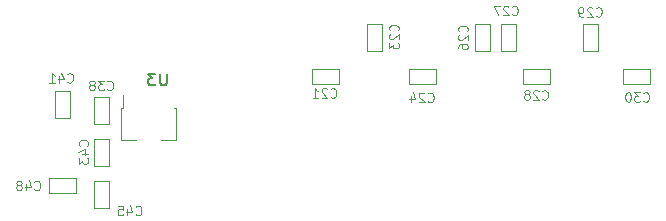
<source format=gbr>
G04 #@! TF.GenerationSoftware,KiCad,Pcbnew,5.1.10-88a1d61d58~88~ubuntu20.04.1*
G04 #@! TF.CreationDate,2021-06-28T19:55:26+01:00*
G04 #@! TF.ProjectId,hl2_6xvtr,686c325f-3678-4767-9472-2e6b69636164,1*
G04 #@! TF.SameCoordinates,PX3dfd240PY3473bc0*
G04 #@! TF.FileFunction,Legend,Bot*
G04 #@! TF.FilePolarity,Positive*
%FSLAX46Y46*%
G04 Gerber Fmt 4.6, Leading zero omitted, Abs format (unit mm)*
G04 Created by KiCad (PCBNEW 5.1.10-88a1d61d58~88~ubuntu20.04.1) date 2021-06-28 19:55:26*
%MOMM*%
%LPD*%
G01*
G04 APERTURE LIST*
%ADD10C,0.100000*%
%ADD11C,0.120000*%
%ADD12C,0.150000*%
G04 APERTURE END LIST*
D10*
X29805500Y-38408500D02*
X27519500Y-38408500D01*
X27519500Y-38408500D02*
X27519500Y-39678500D01*
X27519500Y-39678500D02*
X29805500Y-39678500D01*
X29805500Y-39678500D02*
X29805500Y-38408500D01*
X31393000Y-38662500D02*
X31393000Y-40948500D01*
X31393000Y-40948500D02*
X32663000Y-40948500D01*
X32663000Y-40948500D02*
X32663000Y-38662500D01*
X32663000Y-38662500D02*
X31393000Y-38662500D01*
X32663000Y-37392500D02*
X32663000Y-35106500D01*
X32663000Y-35106500D02*
X31393000Y-35106500D01*
X31393000Y-35106500D02*
X31393000Y-37392500D01*
X31393000Y-37392500D02*
X32663000Y-37392500D01*
X29297500Y-33328500D02*
X29297500Y-31042500D01*
X29297500Y-31042500D02*
X28027500Y-31042500D01*
X28027500Y-31042500D02*
X28027500Y-33328500D01*
X28027500Y-33328500D02*
X29297500Y-33328500D01*
X31393000Y-31550500D02*
X31393000Y-33836500D01*
X31393000Y-33836500D02*
X32663000Y-33836500D01*
X32663000Y-33836500D02*
X32663000Y-31550500D01*
X32663000Y-31550500D02*
X31393000Y-31550500D01*
X76160500Y-30471000D02*
X78446500Y-30471000D01*
X78446500Y-30471000D02*
X78446500Y-29201000D01*
X78446500Y-29201000D02*
X76160500Y-29201000D01*
X76160500Y-29201000D02*
X76160500Y-30471000D01*
X72795000Y-25391000D02*
X72795000Y-27677000D01*
X72795000Y-27677000D02*
X74065000Y-27677000D01*
X74065000Y-27677000D02*
X74065000Y-25391000D01*
X74065000Y-25391000D02*
X72795000Y-25391000D01*
X69937500Y-29201000D02*
X67651500Y-29201000D01*
X67651500Y-29201000D02*
X67651500Y-30471000D01*
X67651500Y-30471000D02*
X69937500Y-30471000D01*
X69937500Y-30471000D02*
X69937500Y-29201000D01*
X67080000Y-27677000D02*
X67080000Y-25391000D01*
X67080000Y-25391000D02*
X65810000Y-25391000D01*
X65810000Y-25391000D02*
X65810000Y-27677000D01*
X65810000Y-27677000D02*
X67080000Y-27677000D01*
X64921000Y-27677000D02*
X64921000Y-25391000D01*
X64921000Y-25391000D02*
X63651000Y-25391000D01*
X63651000Y-25391000D02*
X63651000Y-27677000D01*
X63651000Y-27677000D02*
X64921000Y-27677000D01*
X57999500Y-30471000D02*
X60285500Y-30471000D01*
X60285500Y-30471000D02*
X60285500Y-29201000D01*
X60285500Y-29201000D02*
X57999500Y-29201000D01*
X57999500Y-29201000D02*
X57999500Y-30471000D01*
X54507000Y-25391000D02*
X54507000Y-27677000D01*
X54507000Y-27677000D02*
X55777000Y-27677000D01*
X55777000Y-27677000D02*
X55777000Y-25391000D01*
X55777000Y-25391000D02*
X54507000Y-25391000D01*
X52119400Y-29201000D02*
X49833400Y-29201000D01*
X49833400Y-29201000D02*
X49833400Y-30471000D01*
X49833400Y-30471000D02*
X52119400Y-30471000D01*
X52119400Y-30471000D02*
X52119400Y-29201000D01*
D11*
X37015000Y-35242500D02*
X38325000Y-35242500D01*
X38325000Y-35242500D02*
X38325000Y-32522500D01*
X33835000Y-31382500D02*
X33835000Y-32522500D01*
X33605000Y-35242500D02*
X34915000Y-35242500D01*
X33605000Y-32522500D02*
X33605000Y-35242500D01*
X33605000Y-32522500D02*
X33835000Y-32522500D01*
X38325000Y-32522500D02*
X38095000Y-32522500D01*
D10*
X26319285Y-39392714D02*
X26357380Y-39430809D01*
X26471666Y-39468904D01*
X26547857Y-39468904D01*
X26662142Y-39430809D01*
X26738333Y-39354619D01*
X26776428Y-39278428D01*
X26814523Y-39126047D01*
X26814523Y-39011761D01*
X26776428Y-38859380D01*
X26738333Y-38783190D01*
X26662142Y-38707000D01*
X26547857Y-38668904D01*
X26471666Y-38668904D01*
X26357380Y-38707000D01*
X26319285Y-38745095D01*
X25633571Y-38935571D02*
X25633571Y-39468904D01*
X25824047Y-38630809D02*
X26014523Y-39202238D01*
X25519285Y-39202238D01*
X25100238Y-39011761D02*
X25176428Y-38973666D01*
X25214523Y-38935571D01*
X25252619Y-38859380D01*
X25252619Y-38821285D01*
X25214523Y-38745095D01*
X25176428Y-38707000D01*
X25100238Y-38668904D01*
X24947857Y-38668904D01*
X24871666Y-38707000D01*
X24833571Y-38745095D01*
X24795476Y-38821285D01*
X24795476Y-38859380D01*
X24833571Y-38935571D01*
X24871666Y-38973666D01*
X24947857Y-39011761D01*
X25100238Y-39011761D01*
X25176428Y-39049857D01*
X25214523Y-39087952D01*
X25252619Y-39164142D01*
X25252619Y-39316523D01*
X25214523Y-39392714D01*
X25176428Y-39430809D01*
X25100238Y-39468904D01*
X24947857Y-39468904D01*
X24871666Y-39430809D01*
X24833571Y-39392714D01*
X24795476Y-39316523D01*
X24795476Y-39164142D01*
X24833571Y-39087952D01*
X24871666Y-39049857D01*
X24947857Y-39011761D01*
X34879085Y-41500914D02*
X34917180Y-41539009D01*
X35031466Y-41577104D01*
X35107657Y-41577104D01*
X35221942Y-41539009D01*
X35298133Y-41462819D01*
X35336228Y-41386628D01*
X35374323Y-41234247D01*
X35374323Y-41119961D01*
X35336228Y-40967580D01*
X35298133Y-40891390D01*
X35221942Y-40815200D01*
X35107657Y-40777104D01*
X35031466Y-40777104D01*
X34917180Y-40815200D01*
X34879085Y-40853295D01*
X34193371Y-41043771D02*
X34193371Y-41577104D01*
X34383847Y-40739009D02*
X34574323Y-41310438D01*
X34079085Y-41310438D01*
X33393371Y-40777104D02*
X33774323Y-40777104D01*
X33812419Y-41158057D01*
X33774323Y-41119961D01*
X33698133Y-41081866D01*
X33507657Y-41081866D01*
X33431466Y-41119961D01*
X33393371Y-41158057D01*
X33355276Y-41234247D01*
X33355276Y-41424723D01*
X33393371Y-41500914D01*
X33431466Y-41539009D01*
X33507657Y-41577104D01*
X33698133Y-41577104D01*
X33774323Y-41539009D01*
X33812419Y-41500914D01*
X30789714Y-35697114D02*
X30827809Y-35659019D01*
X30865904Y-35544733D01*
X30865904Y-35468542D01*
X30827809Y-35354257D01*
X30751619Y-35278066D01*
X30675428Y-35239971D01*
X30523047Y-35201876D01*
X30408761Y-35201876D01*
X30256380Y-35239971D01*
X30180190Y-35278066D01*
X30104000Y-35354257D01*
X30065904Y-35468542D01*
X30065904Y-35544733D01*
X30104000Y-35659019D01*
X30142095Y-35697114D01*
X30332571Y-36382828D02*
X30865904Y-36382828D01*
X30027809Y-36192352D02*
X30599238Y-36001876D01*
X30599238Y-36497114D01*
X30065904Y-36725685D02*
X30065904Y-37220923D01*
X30370666Y-36954257D01*
X30370666Y-37068542D01*
X30408761Y-37144733D01*
X30446857Y-37182828D01*
X30523047Y-37220923D01*
X30713523Y-37220923D01*
X30789714Y-37182828D01*
X30827809Y-37144733D01*
X30865904Y-37068542D01*
X30865904Y-36839971D01*
X30827809Y-36763780D01*
X30789714Y-36725685D01*
X29087885Y-30274114D02*
X29125980Y-30312209D01*
X29240266Y-30350304D01*
X29316457Y-30350304D01*
X29430742Y-30312209D01*
X29506933Y-30236019D01*
X29545028Y-30159828D01*
X29583123Y-30007447D01*
X29583123Y-29893161D01*
X29545028Y-29740780D01*
X29506933Y-29664590D01*
X29430742Y-29588400D01*
X29316457Y-29550304D01*
X29240266Y-29550304D01*
X29125980Y-29588400D01*
X29087885Y-29626495D01*
X28402171Y-29816971D02*
X28402171Y-30350304D01*
X28592647Y-29512209D02*
X28783123Y-30083638D01*
X28287885Y-30083638D01*
X27564076Y-30350304D02*
X28021219Y-30350304D01*
X27792647Y-30350304D02*
X27792647Y-29550304D01*
X27868838Y-29664590D01*
X27945028Y-29740780D01*
X28021219Y-29778876D01*
X32491485Y-30909114D02*
X32529580Y-30947209D01*
X32643866Y-30985304D01*
X32720057Y-30985304D01*
X32834342Y-30947209D01*
X32910533Y-30871019D01*
X32948628Y-30794828D01*
X32986723Y-30642447D01*
X32986723Y-30528161D01*
X32948628Y-30375780D01*
X32910533Y-30299590D01*
X32834342Y-30223400D01*
X32720057Y-30185304D01*
X32643866Y-30185304D01*
X32529580Y-30223400D01*
X32491485Y-30261495D01*
X32224819Y-30185304D02*
X31729580Y-30185304D01*
X31996247Y-30490066D01*
X31881961Y-30490066D01*
X31805771Y-30528161D01*
X31767676Y-30566257D01*
X31729580Y-30642447D01*
X31729580Y-30832923D01*
X31767676Y-30909114D01*
X31805771Y-30947209D01*
X31881961Y-30985304D01*
X32110533Y-30985304D01*
X32186723Y-30947209D01*
X32224819Y-30909114D01*
X31272438Y-30528161D02*
X31348628Y-30490066D01*
X31386723Y-30451971D01*
X31424819Y-30375780D01*
X31424819Y-30337685D01*
X31386723Y-30261495D01*
X31348628Y-30223400D01*
X31272438Y-30185304D01*
X31120057Y-30185304D01*
X31043866Y-30223400D01*
X31005771Y-30261495D01*
X30967676Y-30337685D01*
X30967676Y-30375780D01*
X31005771Y-30451971D01*
X31043866Y-30490066D01*
X31120057Y-30528161D01*
X31272438Y-30528161D01*
X31348628Y-30566257D01*
X31386723Y-30604352D01*
X31424819Y-30680542D01*
X31424819Y-30832923D01*
X31386723Y-30909114D01*
X31348628Y-30947209D01*
X31272438Y-30985304D01*
X31120057Y-30985304D01*
X31043866Y-30947209D01*
X31005771Y-30909114D01*
X30967676Y-30832923D01*
X30967676Y-30680542D01*
X31005771Y-30604352D01*
X31043866Y-30566257D01*
X31120057Y-30528161D01*
X77881285Y-31899714D02*
X77919380Y-31937809D01*
X78033666Y-31975904D01*
X78109857Y-31975904D01*
X78224142Y-31937809D01*
X78300333Y-31861619D01*
X78338428Y-31785428D01*
X78376523Y-31633047D01*
X78376523Y-31518761D01*
X78338428Y-31366380D01*
X78300333Y-31290190D01*
X78224142Y-31214000D01*
X78109857Y-31175904D01*
X78033666Y-31175904D01*
X77919380Y-31214000D01*
X77881285Y-31252095D01*
X77614619Y-31175904D02*
X77119380Y-31175904D01*
X77386047Y-31480666D01*
X77271761Y-31480666D01*
X77195571Y-31518761D01*
X77157476Y-31556857D01*
X77119380Y-31633047D01*
X77119380Y-31823523D01*
X77157476Y-31899714D01*
X77195571Y-31937809D01*
X77271761Y-31975904D01*
X77500333Y-31975904D01*
X77576523Y-31937809D01*
X77614619Y-31899714D01*
X76624142Y-31175904D02*
X76547952Y-31175904D01*
X76471761Y-31214000D01*
X76433666Y-31252095D01*
X76395571Y-31328285D01*
X76357476Y-31480666D01*
X76357476Y-31671142D01*
X76395571Y-31823523D01*
X76433666Y-31899714D01*
X76471761Y-31937809D01*
X76547952Y-31975904D01*
X76624142Y-31975904D01*
X76700333Y-31937809D01*
X76738428Y-31899714D01*
X76776523Y-31823523D01*
X76814619Y-31671142D01*
X76814619Y-31480666D01*
X76776523Y-31328285D01*
X76738428Y-31252095D01*
X76700333Y-31214000D01*
X76624142Y-31175904D01*
X73868085Y-24686114D02*
X73906180Y-24724209D01*
X74020466Y-24762304D01*
X74096657Y-24762304D01*
X74210942Y-24724209D01*
X74287133Y-24648019D01*
X74325228Y-24571828D01*
X74363323Y-24419447D01*
X74363323Y-24305161D01*
X74325228Y-24152780D01*
X74287133Y-24076590D01*
X74210942Y-24000400D01*
X74096657Y-23962304D01*
X74020466Y-23962304D01*
X73906180Y-24000400D01*
X73868085Y-24038495D01*
X73563323Y-24038495D02*
X73525228Y-24000400D01*
X73449038Y-23962304D01*
X73258561Y-23962304D01*
X73182371Y-24000400D01*
X73144276Y-24038495D01*
X73106180Y-24114685D01*
X73106180Y-24190876D01*
X73144276Y-24305161D01*
X73601419Y-24762304D01*
X73106180Y-24762304D01*
X72725228Y-24762304D02*
X72572847Y-24762304D01*
X72496657Y-24724209D01*
X72458561Y-24686114D01*
X72382371Y-24571828D01*
X72344276Y-24419447D01*
X72344276Y-24114685D01*
X72382371Y-24038495D01*
X72420466Y-24000400D01*
X72496657Y-23962304D01*
X72649038Y-23962304D01*
X72725228Y-24000400D01*
X72763323Y-24038495D01*
X72801419Y-24114685D01*
X72801419Y-24305161D01*
X72763323Y-24381352D01*
X72725228Y-24419447D01*
X72649038Y-24457542D01*
X72496657Y-24457542D01*
X72420466Y-24419447D01*
X72382371Y-24381352D01*
X72344276Y-24305161D01*
X69308785Y-31721914D02*
X69346880Y-31760009D01*
X69461166Y-31798104D01*
X69537357Y-31798104D01*
X69651642Y-31760009D01*
X69727833Y-31683819D01*
X69765928Y-31607628D01*
X69804023Y-31455247D01*
X69804023Y-31340961D01*
X69765928Y-31188580D01*
X69727833Y-31112390D01*
X69651642Y-31036200D01*
X69537357Y-30998104D01*
X69461166Y-30998104D01*
X69346880Y-31036200D01*
X69308785Y-31074295D01*
X69004023Y-31074295D02*
X68965928Y-31036200D01*
X68889738Y-30998104D01*
X68699261Y-30998104D01*
X68623071Y-31036200D01*
X68584976Y-31074295D01*
X68546880Y-31150485D01*
X68546880Y-31226676D01*
X68584976Y-31340961D01*
X69042119Y-31798104D01*
X68546880Y-31798104D01*
X68089738Y-31340961D02*
X68165928Y-31302866D01*
X68204023Y-31264771D01*
X68242119Y-31188580D01*
X68242119Y-31150485D01*
X68204023Y-31074295D01*
X68165928Y-31036200D01*
X68089738Y-30998104D01*
X67937357Y-30998104D01*
X67861166Y-31036200D01*
X67823071Y-31074295D01*
X67784976Y-31150485D01*
X67784976Y-31188580D01*
X67823071Y-31264771D01*
X67861166Y-31302866D01*
X67937357Y-31340961D01*
X68089738Y-31340961D01*
X68165928Y-31379057D01*
X68204023Y-31417152D01*
X68242119Y-31493342D01*
X68242119Y-31645723D01*
X68204023Y-31721914D01*
X68165928Y-31760009D01*
X68089738Y-31798104D01*
X67937357Y-31798104D01*
X67861166Y-31760009D01*
X67823071Y-31721914D01*
X67784976Y-31645723D01*
X67784976Y-31493342D01*
X67823071Y-31417152D01*
X67861166Y-31379057D01*
X67937357Y-31340961D01*
X66756085Y-24584514D02*
X66794180Y-24622609D01*
X66908466Y-24660704D01*
X66984657Y-24660704D01*
X67098942Y-24622609D01*
X67175133Y-24546419D01*
X67213228Y-24470228D01*
X67251323Y-24317847D01*
X67251323Y-24203561D01*
X67213228Y-24051180D01*
X67175133Y-23974990D01*
X67098942Y-23898800D01*
X66984657Y-23860704D01*
X66908466Y-23860704D01*
X66794180Y-23898800D01*
X66756085Y-23936895D01*
X66451323Y-23936895D02*
X66413228Y-23898800D01*
X66337038Y-23860704D01*
X66146561Y-23860704D01*
X66070371Y-23898800D01*
X66032276Y-23936895D01*
X65994180Y-24013085D01*
X65994180Y-24089276D01*
X66032276Y-24203561D01*
X66489419Y-24660704D01*
X65994180Y-24660704D01*
X65727514Y-23860704D02*
X65194180Y-23860704D01*
X65537038Y-24660704D01*
X62920714Y-26019714D02*
X62958809Y-25981619D01*
X62996904Y-25867333D01*
X62996904Y-25791142D01*
X62958809Y-25676857D01*
X62882619Y-25600666D01*
X62806428Y-25562571D01*
X62654047Y-25524476D01*
X62539761Y-25524476D01*
X62387380Y-25562571D01*
X62311190Y-25600666D01*
X62235000Y-25676857D01*
X62196904Y-25791142D01*
X62196904Y-25867333D01*
X62235000Y-25981619D01*
X62273095Y-26019714D01*
X62273095Y-26324476D02*
X62235000Y-26362571D01*
X62196904Y-26438761D01*
X62196904Y-26629238D01*
X62235000Y-26705428D01*
X62273095Y-26743523D01*
X62349285Y-26781619D01*
X62425476Y-26781619D01*
X62539761Y-26743523D01*
X62996904Y-26286380D01*
X62996904Y-26781619D01*
X62196904Y-27467333D02*
X62196904Y-27314952D01*
X62235000Y-27238761D01*
X62273095Y-27200666D01*
X62387380Y-27124476D01*
X62539761Y-27086380D01*
X62844523Y-27086380D01*
X62920714Y-27124476D01*
X62958809Y-27162571D01*
X62996904Y-27238761D01*
X62996904Y-27391142D01*
X62958809Y-27467333D01*
X62920714Y-27505428D01*
X62844523Y-27543523D01*
X62654047Y-27543523D01*
X62577857Y-27505428D01*
X62539761Y-27467333D01*
X62501666Y-27391142D01*
X62501666Y-27238761D01*
X62539761Y-27162571D01*
X62577857Y-27124476D01*
X62654047Y-27086380D01*
X59618685Y-31925114D02*
X59656780Y-31963209D01*
X59771066Y-32001304D01*
X59847257Y-32001304D01*
X59961542Y-31963209D01*
X60037733Y-31887019D01*
X60075828Y-31810828D01*
X60113923Y-31658447D01*
X60113923Y-31544161D01*
X60075828Y-31391780D01*
X60037733Y-31315590D01*
X59961542Y-31239400D01*
X59847257Y-31201304D01*
X59771066Y-31201304D01*
X59656780Y-31239400D01*
X59618685Y-31277495D01*
X59313923Y-31277495D02*
X59275828Y-31239400D01*
X59199638Y-31201304D01*
X59009161Y-31201304D01*
X58932971Y-31239400D01*
X58894876Y-31277495D01*
X58856780Y-31353685D01*
X58856780Y-31429876D01*
X58894876Y-31544161D01*
X59352019Y-32001304D01*
X58856780Y-32001304D01*
X58171066Y-31467971D02*
X58171066Y-32001304D01*
X58361542Y-31163209D02*
X58552019Y-31734638D01*
X58056780Y-31734638D01*
X57078714Y-25943514D02*
X57116809Y-25905419D01*
X57154904Y-25791133D01*
X57154904Y-25714942D01*
X57116809Y-25600657D01*
X57040619Y-25524466D01*
X56964428Y-25486371D01*
X56812047Y-25448276D01*
X56697761Y-25448276D01*
X56545380Y-25486371D01*
X56469190Y-25524466D01*
X56393000Y-25600657D01*
X56354904Y-25714942D01*
X56354904Y-25791133D01*
X56393000Y-25905419D01*
X56431095Y-25943514D01*
X56431095Y-26248276D02*
X56393000Y-26286371D01*
X56354904Y-26362561D01*
X56354904Y-26553038D01*
X56393000Y-26629228D01*
X56431095Y-26667323D01*
X56507285Y-26705419D01*
X56583476Y-26705419D01*
X56697761Y-26667323D01*
X57154904Y-26210180D01*
X57154904Y-26705419D01*
X56354904Y-26972085D02*
X56354904Y-27467323D01*
X56659666Y-27200657D01*
X56659666Y-27314942D01*
X56697761Y-27391133D01*
X56735857Y-27429228D01*
X56812047Y-27467323D01*
X57002523Y-27467323D01*
X57078714Y-27429228D01*
X57116809Y-27391133D01*
X57154904Y-27314942D01*
X57154904Y-27086371D01*
X57116809Y-27010180D01*
X57078714Y-26972085D01*
X51389085Y-31569514D02*
X51427180Y-31607609D01*
X51541466Y-31645704D01*
X51617657Y-31645704D01*
X51731942Y-31607609D01*
X51808133Y-31531419D01*
X51846228Y-31455228D01*
X51884323Y-31302847D01*
X51884323Y-31188561D01*
X51846228Y-31036180D01*
X51808133Y-30959990D01*
X51731942Y-30883800D01*
X51617657Y-30845704D01*
X51541466Y-30845704D01*
X51427180Y-30883800D01*
X51389085Y-30921895D01*
X51084323Y-30921895D02*
X51046228Y-30883800D01*
X50970038Y-30845704D01*
X50779561Y-30845704D01*
X50703371Y-30883800D01*
X50665276Y-30921895D01*
X50627180Y-30998085D01*
X50627180Y-31074276D01*
X50665276Y-31188561D01*
X51122419Y-31645704D01*
X50627180Y-31645704D01*
X49865276Y-31645704D02*
X50322419Y-31645704D01*
X50093847Y-31645704D02*
X50093847Y-30845704D01*
X50170038Y-30959990D01*
X50246228Y-31036180D01*
X50322419Y-31074276D01*
D12*
X37514304Y-29593180D02*
X37514304Y-30402704D01*
X37466685Y-30497942D01*
X37419066Y-30545561D01*
X37323828Y-30593180D01*
X37133352Y-30593180D01*
X37038114Y-30545561D01*
X36990495Y-30497942D01*
X36942876Y-30402704D01*
X36942876Y-29593180D01*
X36561923Y-29593180D02*
X35942876Y-29593180D01*
X36276209Y-29974133D01*
X36133352Y-29974133D01*
X36038114Y-30021752D01*
X35990495Y-30069371D01*
X35942876Y-30164609D01*
X35942876Y-30402704D01*
X35990495Y-30497942D01*
X36038114Y-30545561D01*
X36133352Y-30593180D01*
X36419066Y-30593180D01*
X36514304Y-30545561D01*
X36561923Y-30497942D01*
M02*

</source>
